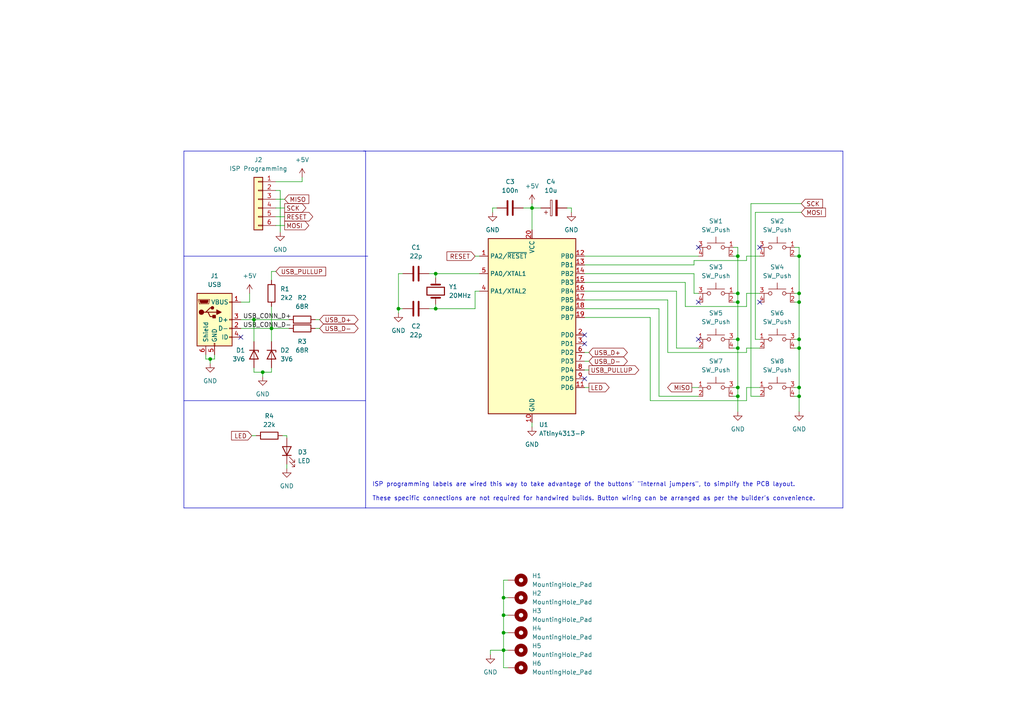
<source format=kicad_sch>
(kicad_sch (version 20230121) (generator eeschema)
  (paper "A4")
  (title_block (title "b8") (date "2022-12-22") (rev "1.1") (comment 3 "Released under CERN Open Hardware Licence Version 2 - Strongly Reciprocal") (comment 4 "Designed by: Rafael G. Martins"))
  (lib_symbols
    (symbol "Connector:USB_B_Mini" (pin_names (offset 1.016))
      (property "Reference" "J" (at -5.08 11.43 0))
      (property "Value" "USB_B_Mini" (at -5.08 8.89 0))
      (symbol "USB_B_Mini_0_1"
        (rectangle (start -5.08 -7.62) (end 5.08 7.62) (stroke (width 0.254)) (fill (type background)))
        (circle (center -3.81 2.159) (radius 0.635) (stroke (width 0.254)) (fill (type outline)))
        (circle (center -0.635 3.429) (radius 0.381) (stroke (width 0.254)) (fill (type outline)))
        (rectangle (start -0.127 -7.62) (end 0.127 -6.858))
        (polyline (pts (xy -1.905 2.159) (xy 0.635 2.159)) (stroke (width 0.254)))
        (polyline (pts (xy -3.175 2.159) (xy -2.54 2.159) (xy -1.27 3.429) (xy -0.635 3.429)) (stroke (width 0.254)))
        (polyline (pts (xy -2.54 2.159) (xy -1.905 2.159) (xy -1.27 0.889) (xy 0 0.889)) (stroke (width 0.254)))
        (polyline (pts (xy 0.635 2.794) (xy 0.635 1.524) (xy 1.905 2.159) (xy 0.635 2.794)) (stroke (width 0.254)) (fill (type outline)))
        (polyline (pts (xy -4.318 5.588) (xy -1.778 5.588) (xy -2.032 4.826) (xy -4.064 4.826) (xy -4.318 5.588)) (fill (type outline)))
        (polyline (pts (xy -4.699 5.842) (xy -4.699 5.588) (xy -4.445 4.826) (xy -4.445 4.572) (xy -1.651 4.572) (xy -1.651 4.826) (xy -1.397 5.588) (xy -1.397 5.842) (xy -4.699 5.842)))
        (rectangle (start 0.254 1.27) (end -0.508 0.508) (stroke (width 0.254)) (fill (type outline)))
        (rectangle (start 5.08 -5.207) (end 4.318 -4.953))
        (rectangle (start 5.08 -2.667) (end 4.318 -2.413))
        (rectangle (start 5.08 -0.127) (end 4.318 0.127))
        (rectangle (start 5.08 4.953) (end 4.318 5.207))
      )
      (symbol "USB_B_Mini_1_1"
        (pin power_out line (at 7.62 5.08 180) (length 2.54) (name "VBUS") (number "1"))
        (pin bidirectional line (at 7.62 -2.54 180) (length 2.54) (name "D-") (number "2"))
        (pin bidirectional line (at 7.62 0 180) (length 2.54) (name "D+") (number "3"))
        (pin passive line (at 7.62 -5.08 180) (length 2.54) (name "ID") (number "4"))
        (pin power_out line (at 0 -10.16 90) (length 2.54) (name "GND") (number "5"))
        (pin passive line (at -2.54 -10.16 90) (length 2.54) (name "Shield") (number "6"))
      )
    )
    (symbol "Connector_Generic:Conn_01x06" (pin_names (offset 1.016) hide)
      (property "Reference" "J" (at 0 7.62 0))
      (property "Value" "Conn_01x06" (at 0 -10.16 0))
      (symbol "Conn_01x06_1_1"
        (rectangle (start -1.27 -7.493) (end 0 -7.747) (stroke (width 0.1524)))
        (rectangle (start -1.27 -4.953) (end 0 -5.207) (stroke (width 0.1524)))
        (rectangle (start -1.27 -2.413) (end 0 -2.667) (stroke (width 0.1524)))
        (rectangle (start -1.27 0.127) (end 0 -0.127) (stroke (width 0.1524)))
        (rectangle (start -1.27 2.667) (end 0 2.413) (stroke (width 0.1524)))
        (rectangle (start -1.27 5.207) (end 0 4.953) (stroke (width 0.1524)))
        (rectangle (start -1.27 6.35) (end 1.27 -8.89) (stroke (width 0.254)) (fill (type background)))
        (pin passive line (at -5.08 5.08 0) (length 3.81) (name "Pin_1") (number "1"))
        (pin passive line (at -5.08 2.54 0) (length 3.81) (name "Pin_2") (number "2"))
        (pin passive line (at -5.08 0 0) (length 3.81) (name "Pin_3") (number "3"))
        (pin passive line (at -5.08 -2.54 0) (length 3.81) (name "Pin_4") (number "4"))
        (pin passive line (at -5.08 -5.08 0) (length 3.81) (name "Pin_5") (number "5"))
        (pin passive line (at -5.08 -7.62 0) (length 3.81) (name "Pin_6") (number "6"))
      )
    )
    (symbol "Device:C" (pin_numbers hide) (pin_names (offset 0.254))
      (property "Reference" "C" (at 0.635 2.54 0))
      (property "Value" "C" (at 0.635 -2.54 0))
      (symbol "C_0_1"
        (polyline (pts (xy -2.032 -0.762) (xy 2.032 -0.762)) (stroke (width 0.508)))
        (polyline (pts (xy -2.032 0.762) (xy 2.032 0.762)) (stroke (width 0.508)))
      )
      (symbol "C_1_1"
        (pin passive line (at 0 3.81 270) (length 2.794) (name "~") (number "1"))
        (pin passive line (at 0 -3.81 90) (length 2.794) (name "~") (number "2"))
      )
    )
    (symbol "Device:C_Polarized" (pin_numbers hide) (pin_names (offset 0.254))
      (property "Reference" "C" (at 0.635 2.54 0))
      (property "Value" "C_Polarized" (at 0.635 -2.54 0))
      (symbol "C_Polarized_0_1"
        (rectangle (start -2.286 0.508) (end 2.286 1.016))
        (polyline (pts (xy -1.778 2.286) (xy -0.762 2.286)))
        (polyline (pts (xy -1.27 2.794) (xy -1.27 1.778)))
        (rectangle (start 2.286 -0.508) (end -2.286 -1.016) (fill (type outline)))
      )
      (symbol "C_Polarized_1_1"
        (pin passive line (at 0 3.81 270) (length 2.794) (name "~") (number "1"))
        (pin passive line (at 0 -3.81 90) (length 2.794) (name "~") (number "2"))
      )
    )
    (symbol "Device:Crystal" (pin_numbers hide) (pin_names (offset 1.016) hide)
      (property "Reference" "Y" (at 0 3.81 0))
      (property "Value" "Crystal" (at 0 -3.81 0))
      (symbol "Crystal_0_1"
        (rectangle (start -1.143 2.54) (end 1.143 -2.54) (stroke (width 0.3048)))
        (polyline (pts (xy -2.54 0) (xy -1.905 0)))
        (polyline (pts (xy -1.905 -1.27) (xy -1.905 1.27)) (stroke (width 0.508)))
        (polyline (pts (xy 1.905 -1.27) (xy 1.905 1.27)) (stroke (width 0.508)))
        (polyline (pts (xy 2.54 0) (xy 1.905 0)))
      )
      (symbol "Crystal_1_1"
        (pin passive line (at -3.81 0 0) (length 1.27) (name "1") (number "1"))
        (pin passive line (at 3.81 0 180) (length 1.27) (name "2") (number "2"))
      )
    )
    (symbol "Device:D_Zener" (pin_numbers hide) (pin_names (offset 1.016) hide)
      (property "Reference" "D" (at 0 2.54 0))
      (property "Value" "D_Zener" (at 0 -2.54 0))
      (symbol "D_Zener_0_1"
        (polyline (pts (xy 1.27 0) (xy -1.27 0)))
        (polyline (pts (xy -1.27 -1.27) (xy -1.27 1.27) (xy -0.762 1.27)) (stroke (width 0.254)))
        (polyline (pts (xy 1.27 -1.27) (xy 1.27 1.27) (xy -1.27 0) (xy 1.27 -1.27)) (stroke (width 0.254)))
      )
      (symbol "D_Zener_1_1"
        (pin passive line (at -3.81 0 0) (length 2.54) (name "K") (number "1"))
        (pin passive line (at 3.81 0 180) (length 2.54) (name "A") (number "2"))
      )
    )
    (symbol "Device:LED" (pin_numbers hide) (pin_names (offset 1.016) hide)
      (property "Reference" "D" (at 0 2.54 0))
      (property "Value" "LED" (at 0 -2.54 0))
      (symbol "LED_0_1"
        (polyline (pts (xy -1.27 -1.27) (xy -1.27 1.27)) (stroke (width 0.254)))
        (polyline (pts (xy -1.27 0) (xy 1.27 0)))
        (polyline (pts (xy 1.27 -1.27) (xy 1.27 1.27) (xy -1.27 0) (xy 1.27 -1.27)) (stroke (width 0.254)))
        (polyline (pts (xy -3.048 -0.762) (xy -4.572 -2.286) (xy -3.81 -2.286) (xy -4.572 -2.286) (xy -4.572 -1.524)))
        (polyline (pts (xy -1.778 -0.762) (xy -3.302 -2.286) (xy -2.54 -2.286) (xy -3.302 -2.286) (xy -3.302 -1.524)))
      )
      (symbol "LED_1_1"
        (pin passive line (at -3.81 0 0) (length 2.54) (name "K") (number "1"))
        (pin passive line (at 3.81 0 180) (length 2.54) (name "A") (number "2"))
      )
    )
    (symbol "Device:R" (pin_numbers hide) (pin_names (offset 0))
      (property "Reference" "R" (at 2.032 0 90))
      (property "Value" "R" (at 0 0 90))
      (symbol "R_0_1"
        (rectangle (start -1.016 -2.54) (end 1.016 2.54) (stroke (width 0.254)))
      )
      (symbol "R_1_1"
        (pin passive line (at 0 3.81 270) (length 1.27) (name "~") (number "1"))
        (pin passive line (at 0 -3.81 90) (length 1.27) (name "~") (number "2"))
      )
    )
    (symbol "MCU_Microchip_ATtiny:ATtiny4313-P"
      (property "Reference" "U" (at -12.7 26.67 0))
      (property "Value" "ATtiny4313-P" (at 2.54 -26.67 0))
      (symbol "ATtiny4313-P_0_1"
        (rectangle (start -12.7 -25.4) (end 12.7 25.4) (stroke (width 0.254)) (fill (type background)))
      )
      (symbol "ATtiny4313-P_1_1"
        (pin bidirectional line (at -15.24 20.32 0) (length 2.54) (name "PA2/~{RESET}") (number "1"))
        (pin power_in line (at 0 -27.94 90) (length 2.54) (name "GND") (number "10"))
        (pin bidirectional line (at 15.24 -17.78 180) (length 2.54) (name "PD6") (number "11"))
        (pin bidirectional line (at 15.24 20.32 180) (length 2.54) (name "PB0") (number "12"))
        (pin bidirectional line (at 15.24 17.78 180) (length 2.54) (name "PB1") (number "13"))
        (pin bidirectional line (at 15.24 15.24 180) (length 2.54) (name "PB2") (number "14"))
        (pin bidirectional line (at 15.24 12.7 180) (length 2.54) (name "PB3") (number "15"))
        (pin bidirectional line (at 15.24 10.16 180) (length 2.54) (name "PB4") (number "16"))
        (pin bidirectional line (at 15.24 7.62 180) (length 2.54) (name "PB5") (number "17"))
        (pin bidirectional line (at 15.24 5.08 180) (length 2.54) (name "PB6") (number "18"))
        (pin bidirectional line (at 15.24 2.54 180) (length 2.54) (name "PB7") (number "19"))
        (pin bidirectional line (at 15.24 -2.54 180) (length 2.54) (name "PD0") (number "2"))
        (pin power_in line (at 0 27.94 270) (length 2.54) (name "VCC") (number "20"))
        (pin bidirectional line (at 15.24 -5.08 180) (length 2.54) (name "PD1") (number "3"))
        (pin bidirectional line (at -15.24 10.16 0) (length 2.54) (name "PA1/XTAL2") (number "4"))
        (pin bidirectional line (at -15.24 15.24 0) (length 2.54) (name "PA0/XTAL1") (number "5"))
        (pin bidirectional line (at 15.24 -7.62 180) (length 2.54) (name "PD2") (number "6"))
        (pin bidirectional line (at 15.24 -10.16 180) (length 2.54) (name "PD3") (number "7"))
        (pin bidirectional line (at 15.24 -12.7 180) (length 2.54) (name "PD4") (number "8"))
        (pin bidirectional line (at 15.24 -15.24 180) (length 2.54) (name "PD5") (number "9"))
      )
    )
    (symbol "Mechanical:MountingHole_Pad" (pin_numbers hide) (pin_names (offset 1.016) hide)
      (property "Reference" "H" (at 0 6.35 0))
      (property "Value" "MountingHole_Pad" (at 0 4.445 0))
      (symbol "MountingHole_Pad_0_1"
        (circle (center 0 1.27) (radius 1.27) (stroke (width 1.27)))
      )
      (symbol "MountingHole_Pad_1_1"
        (pin input line (at 0 -2.54 90) (length 2.54) (name "1") (number "1"))
      )
    )
    (symbol "custom:SW_Push" (pin_names (offset 1.016) hide)
      (property "Reference" "SW" (at 1.27 2.54 0))
      (property "Value" "SW_Push" (at 0 -3.81 0))
      (symbol "SW_Push_0_1"
        (circle (center -2.032 0) (radius 0.508))
        (polyline (pts (xy 0 1.27) (xy 0 3.048)))
        (polyline (pts (xy 2.54 1.27) (xy -2.54 1.27)))
        (polyline (pts (xy -3.81 -2.54) (xy -3.81 0) (xy -2.54 0)))
        (polyline (pts (xy 3.81 -2.54) (xy 3.81 0) (xy 2.54 0)))
        (circle (center 2.032 0) (radius 0.508))
        (pin passive line (at -5.08 0 0) (length 1.27) (name "1") (number "1"))
        (pin passive line (at -5.08 -2.54 0) (length 1.27) (name "2") (number "2"))
        (pin passive line (at 5.08 0 180) (length 1.27) (name "3") (number "3"))
        (pin passive line (at 5.08 -2.54 180) (length 1.27) (name "4") (number "4"))
      )
    )
    (symbol "power:+5V" (power) (pin_names (offset 0))
      (property "Value" "+5V" (at 0 3.556 0))
      (symbol "+5V_0_1"
        (polyline (pts (xy -0.762 1.27) (xy 0 2.54)))
        (polyline (pts (xy 0 0) (xy 0 2.54)))
        (polyline (pts (xy 0 2.54) (xy 0.762 1.27)))
      )
      (symbol "+5V_1_1"
        (pin power_in line (at 0 0 90) (length 0) hide (name "+5V") (number "1"))
      )
    )
    (symbol "power:GND" (power) (pin_names (offset 0))
      (property "Value" "GND" (at 0 -3.81 0))
      (symbol "GND_0_1"
        (polyline (pts (xy 0 0) (xy 0 -1.27) (xy 1.27 -1.27) (xy 0 -2.54) (xy -1.27 -1.27) (xy 0 -1.27)))
      )
      (symbol "GND_1_1"
        (pin power_in line (at 0 0 270) (length 0) hide (name "GND") (number "1"))
      )
    )
  )
  (junction (at 213.995 87.63))
  (junction (at 76.2 107.95))
  (junction (at 126.365 89.535))
  (junction (at 146.05 178.435))
  (junction (at 115.57 89.535))
  (junction (at 146.05 188.595))
  (junction (at 73.66 92.71))
  (junction (at 231.775 112.395))
  (junction (at 78.74 95.25))
  (junction (at 146.05 183.515))
  (junction (at 231.775 85.09))
  (junction (at 213.995 112.395))
  (junction (at 231.775 114.935))
  (junction (at 60.96 104.14))
  (junction (at 126.365 79.375))
  (junction (at 231.775 98.425))
  (junction (at 213.995 100.965))
  (junction (at 213.995 114.935))
  (junction (at 231.775 74.295))
  (junction (at 231.775 87.63))
  (junction (at 231.775 100.965))
  (junction (at 213.995 85.09))
  (junction (at 213.995 74.295))
  (junction (at 154.305 60.325))
  (junction (at 146.05 173.355))
  (junction (at 213.995 98.425))
  (no_connect (at 69.85 97.79))
  (no_connect (at 220.345 87.63))
  (no_connect (at 202.565 98.425))
  (no_connect (at 202.565 87.63))
  (no_connect (at 202.565 71.755))
  (no_connect (at 220.345 71.755))
  (no_connect (at 169.545 97.155))
  (no_connect (at 169.545 99.695))
  (no_connect (at 169.545 109.855))
  (polyline (pts (xy 244.475 147.32) (xy 244.475 43.815)))
  (wire (pts (xy 231.775 71.755) (xy 231.775 74.295)))
  (wire (pts (xy 231.775 87.63) (xy 231.775 98.425)))
  (wire (pts (xy 231.775 74.295) (xy 231.775 85.09)))
  (wire (pts (xy 212.725 74.295) (xy 213.995 74.295)))
  (wire (pts (xy 83.185 134.62) (xy 83.185 135.89)))
  (wire (pts (xy 165.735 61.595) (xy 165.735 60.325)))
  (wire (pts (xy 81.915 126.365) (xy 83.185 126.365)))
  (polyline (pts (xy 106.045 74.295) (xy 106.045 43.815)))
  (wire (pts (xy 213.995 87.63) (xy 213.995 98.425)))
  (polyline (pts (xy 243.84 43.815) (xy 53.34 43.815)))
  (wire (pts (xy 146.05 173.355) (xy 147.32 173.355)))
  (wire (pts (xy 91.44 95.25) (xy 92.71 95.25)))
  (wire (pts (xy 196.215 100.965) (xy 202.565 100.965)))
  (wire (pts (xy 137.795 84.455) (xy 139.065 84.455)))
  (wire (pts (xy 212.725 100.965) (xy 213.995 100.965)))
  (wire (pts (xy 146.05 188.595) (xy 146.05 183.515)))
  (wire (pts (xy 216.535 102.235) (xy 216.535 100.965)))
  (wire (pts (xy 115.57 89.535) (xy 116.84 89.535)))
  (wire (pts (xy 213.995 100.965) (xy 213.995 112.395)))
  (wire (pts (xy 146.05 178.435) (xy 146.05 183.515)))
  (wire (pts (xy 213.995 74.295) (xy 213.995 85.09)))
  (wire (pts (xy 151.765 60.325) (xy 154.305 60.325)))
  (wire (pts (xy 146.05 188.595) (xy 142.24 188.595)))
  (polyline (pts (xy 53.34 74.295) (xy 53.34 147.32)))
  (wire (pts (xy 188.595 92.075) (xy 188.595 116.205)))
  (wire (pts (xy 169.545 92.075) (xy 188.595 92.075)))
  (wire (pts (xy 196.215 84.455) (xy 196.215 100.965)))
  (wire (pts (xy 126.365 79.375) (xy 139.065 79.375)))
  (wire (pts (xy 213.995 85.09) (xy 213.995 87.63)))
  (wire (pts (xy 193.675 86.995) (xy 193.675 102.235)))
  (wire (pts (xy 217.805 59.055) (xy 232.41 59.055)))
  (wire (pts (xy 69.85 95.25) (xy 78.74 95.25)))
  (wire (pts (xy 146.05 183.515) (xy 147.32 183.515)))
  (wire (pts (xy 78.74 95.25) (xy 78.74 99.06)))
  (wire (pts (xy 220.345 114.935) (xy 217.805 114.935)))
  (wire (pts (xy 212.725 87.63) (xy 213.995 87.63)))
  (wire (pts (xy 154.305 122.555) (xy 154.305 123.825)))
  (wire (pts (xy 73.66 106.68) (xy 73.66 107.95)))
  (wire (pts (xy 137.795 89.535) (xy 137.795 84.455)))
  (wire (pts (xy 154.305 60.325) (xy 156.845 60.325)))
  (wire (pts (xy 69.85 92.71) (xy 73.66 92.71)))
  (wire (pts (xy 76.2 107.95) (xy 76.2 109.22)))
  (wire (pts (xy 216.535 112.395) (xy 216.535 116.205)))
  (polyline (pts (xy 53.34 116.205) (xy 106.045 116.205)))
  (wire (pts (xy 154.305 59.055) (xy 154.305 60.325)))
  (wire (pts (xy 231.775 85.09) (xy 231.775 87.63)))
  (wire (pts (xy 147.32 168.275) (xy 146.05 168.275)))
  (wire (pts (xy 201.295 75.565) (xy 216.535 75.565)))
  (polyline (pts (xy 106.045 74.295) (xy 106.045 147.32)))
  (wire (pts (xy 213.995 71.755) (xy 212.725 71.755)))
  (wire (pts (xy 217.805 114.935) (xy 217.805 59.055)))
  (wire (pts (xy 213.995 114.935) (xy 213.995 112.395)))
  (wire (pts (xy 115.57 79.375) (xy 116.84 79.375)))
  (wire (pts (xy 212.725 98.425) (xy 213.995 98.425)))
  (polyline (pts (xy 106.045 147.32) (xy 244.475 147.32)))
  (wire (pts (xy 81.28 55.245) (xy 81.28 67.31)))
  (wire (pts (xy 62.23 104.14) (xy 62.23 102.87)))
  (wire (pts (xy 78.74 95.25) (xy 83.82 95.25)))
  (wire (pts (xy 126.365 88.265) (xy 126.365 89.535)))
  (wire (pts (xy 80.01 52.705) (xy 87.63 52.705)))
  (wire (pts (xy 230.505 112.395) (xy 231.775 112.395)))
  (wire (pts (xy 146.05 193.675) (xy 147.32 193.675)))
  (wire (pts (xy 146.05 173.355) (xy 146.05 178.435)))
  (wire (pts (xy 169.545 107.315) (xy 170.815 107.315)))
  (polyline (pts (xy 53.34 43.815) (xy 53.34 74.295)))
  (wire (pts (xy 201.295 85.09) (xy 202.565 85.09)))
  (wire (pts (xy 230.505 100.965) (xy 231.775 100.965)))
  (wire (pts (xy 216.535 85.09) (xy 220.345 85.09)))
  (wire (pts (xy 72.39 87.63) (xy 72.39 85.09)))
  (wire (pts (xy 212.725 112.395) (xy 213.995 112.395)))
  (wire (pts (xy 213.995 71.755) (xy 213.995 74.295)))
  (wire (pts (xy 80.01 57.785) (xy 82.55 57.785)))
  (wire (pts (xy 165.735 60.325) (xy 164.465 60.325)))
  (wire (pts (xy 154.305 60.325) (xy 154.305 66.675)))
  (wire (pts (xy 76.2 107.95) (xy 78.74 107.95)))
  (wire (pts (xy 213.995 98.425) (xy 213.995 100.965)))
  (wire (pts (xy 230.505 114.935) (xy 231.775 114.935)))
  (wire (pts (xy 231.775 114.935) (xy 231.775 112.395)))
  (wire (pts (xy 142.875 60.325) (xy 144.145 60.325)))
  (wire (pts (xy 124.46 89.535) (xy 126.365 89.535)))
  (wire (pts (xy 200.66 112.395) (xy 202.565 112.395)))
  (wire (pts (xy 78.74 88.9) (xy 78.74 95.25)))
  (wire (pts (xy 213.995 119.38) (xy 213.995 114.935)))
  (wire (pts (xy 87.63 52.705) (xy 87.63 51.435)))
  (wire (pts (xy 169.545 104.775) (xy 170.815 104.775)))
  (wire (pts (xy 126.365 79.375) (xy 126.365 80.645)))
  (wire (pts (xy 216.535 100.965) (xy 220.345 100.965)))
  (wire (pts (xy 126.365 89.535) (xy 137.795 89.535)))
  (wire (pts (xy 230.505 87.63) (xy 231.775 87.63)))
  (wire (pts (xy 193.675 102.235) (xy 216.535 102.235)))
  (wire (pts (xy 146.05 188.595) (xy 147.32 188.595)))
  (wire (pts (xy 191.135 114.935) (xy 202.565 114.935)))
  (wire (pts (xy 231.775 119.38) (xy 231.775 114.935)))
  (wire (pts (xy 231.775 98.425) (xy 231.775 100.965)))
  (wire (pts (xy 146.05 193.675) (xy 146.05 188.595)))
  (wire (pts (xy 230.505 85.09) (xy 231.775 85.09)))
  (wire (pts (xy 169.545 89.535) (xy 191.135 89.535)))
  (wire (pts (xy 219.075 98.425) (xy 220.345 98.425)))
  (wire (pts (xy 198.755 81.915) (xy 198.755 88.9)))
  (wire (pts (xy 188.595 116.205) (xy 216.535 116.205)))
  (wire (pts (xy 169.545 112.395) (xy 170.815 112.395)))
  (wire (pts (xy 80.01 62.865) (xy 82.55 62.865)))
  (wire (pts (xy 115.57 89.535) (xy 115.57 79.375)))
  (wire (pts (xy 231.775 71.755) (xy 230.505 71.755)))
  (wire (pts (xy 212.725 114.935) (xy 213.995 114.935)))
  (wire (pts (xy 146.05 178.435) (xy 147.32 178.435)))
  (wire (pts (xy 139.065 74.295) (xy 137.795 74.295)))
  (wire (pts (xy 60.96 104.14) (xy 60.96 105.41)))
  (wire (pts (xy 216.535 85.09) (xy 216.535 88.9)))
  (wire (pts (xy 73.66 92.71) (xy 83.82 92.71)))
  (wire (pts (xy 216.535 112.395) (xy 220.345 112.395)))
  (wire (pts (xy 78.74 81.28) (xy 78.74 78.74)))
  (wire (pts (xy 169.545 102.235) (xy 170.815 102.235)))
  (wire (pts (xy 91.44 92.71) (xy 92.71 92.71)))
  (wire (pts (xy 146.05 168.275) (xy 146.05 173.355)))
  (wire (pts (xy 212.725 85.09) (xy 213.995 85.09)))
  (polyline (pts (xy 53.34 147.32) (xy 106.045 147.32)))
  (wire (pts (xy 83.185 126.365) (xy 83.185 127)))
  (wire (pts (xy 169.545 86.995) (xy 193.675 86.995)))
  (wire (pts (xy 69.85 87.63) (xy 72.39 87.63)))
  (wire (pts (xy 80.01 65.405) (xy 82.55 65.405)))
  (wire (pts (xy 230.505 98.425) (xy 231.775 98.425)))
  (wire (pts (xy 73.025 126.365) (xy 74.295 126.365)))
  (wire (pts (xy 142.875 61.595) (xy 142.875 60.325)))
  (wire (pts (xy 219.075 61.595) (xy 232.41 61.595)))
  (wire (pts (xy 115.57 90.805) (xy 115.57 89.535)))
  (polyline (pts (xy 53.34 74.295) (xy 106.68 74.295)))
  (wire (pts (xy 231.775 100.965) (xy 231.775 112.395)))
  (wire (pts (xy 191.135 89.535) (xy 191.135 114.935)))
  (wire (pts (xy 169.545 74.295) (xy 202.565 74.295)))
  (wire (pts (xy 124.46 79.375) (xy 126.365 79.375)))
  (wire (pts (xy 73.66 107.95) (xy 76.2 107.95)))
  (wire (pts (xy 142.24 188.595) (xy 142.24 189.865)))
  (wire (pts (xy 59.69 102.87) (xy 59.69 104.14)))
  (wire (pts (xy 169.545 79.375) (xy 201.295 79.375)))
  (wire (pts (xy 78.74 78.74) (xy 80.01 78.74)))
  (wire (pts (xy 60.96 104.14) (xy 62.23 104.14)))
  (wire (pts (xy 216.535 75.565) (xy 216.535 74.295)))
  (wire (pts (xy 169.545 81.915) (xy 198.755 81.915)))
  (wire (pts (xy 169.545 84.455) (xy 196.215 84.455)))
  (wire (pts (xy 219.075 61.595) (xy 219.075 98.425)))
  (wire (pts (xy 80.01 55.245) (xy 81.28 55.245)))
  (wire (pts (xy 80.01 60.325) (xy 82.55 60.325)))
  (wire (pts (xy 230.505 74.295) (xy 231.775 74.295)))
  (wire (pts (xy 198.755 88.9) (xy 216.535 88.9)))
  (polyline (pts (xy 244.475 43.815) (xy 243.84 43.815)))
  (wire (pts (xy 78.74 106.68) (xy 78.74 107.95)))
  (wire (pts (xy 201.295 79.375) (xy 201.295 85.09)))
  (wire (pts (xy 216.535 74.295) (xy 220.345 74.295)))
  (polyline (pts (xy 106.045 43.815) (xy 105.41 43.815)))
  (wire (pts (xy 169.545 76.835) (xy 201.295 76.835)))
  (wire (pts (xy 59.69 104.14) (xy 60.96 104.14)))
  (wire (pts (xy 201.295 76.835) (xy 201.295 75.565)))
  (wire (pts (xy 73.66 92.71) (xy 73.66 99.06)))
  (text "ISP programming labels are wired this way to take advantage of the buttons' \"internal jumpers\", to simplify the PCB layout.\n\nThese specific connections are not required for handwired builds. Button wiring can be arranged as per the builder's convenience." (at 107.95 145.415 0) (effects (font (size 1.27 1.27)) (justify left bottom)))
  (label "USB_CONN_D+" (at 70.485 92.71 0))
  (label "USB_CONN_D-" (at 70.485 95.25 0))
  (global_label "RESET" (shape input) (at 137.795 74.295 180) (property "Intersheetrefs" "${INTERSHEET_REFS}" (effects hide)))
  (global_label "MISO" (shape input) (at 82.55 57.785 0) (property "Intersheetrefs" "${INTERSHEET_REFS}" (effects hide)))
  (global_label "RESET" (shape output) (at 82.55 62.865 0) (property "Intersheetrefs" "${INTERSHEET_REFS}" (effects hide)))
  (global_label "USB_PULLUP" (shape input) (at 80.01 78.74 0) (property "Intersheetrefs" "${INTERSHEET_REFS}" (effects hide)))
  (global_label "MOSI" (shape output) (at 82.55 65.405 0) (property "Intersheetrefs" "${INTERSHEET_REFS}" (effects hide)))
  (global_label "SCK" (shape output) (at 82.55 60.325 0) (property "Intersheetrefs" "${INTERSHEET_REFS}" (effects hide)))
  (global_label "USB_D+" (shape bidirectional) (at 170.815 102.235 0) (property "Intersheetrefs" "${INTERSHEET_REFS}" (effects hide)))
  (global_label "SCK" (shape input) (at 232.41 59.055 0) (property "Intersheetrefs" "${INTERSHEET_REFS}" (effects hide)))
  (global_label "MOSI" (shape input) (at 232.41 61.595 0) (property "Intersheetrefs" "${INTERSHEET_REFS}" (effects hide)))
  (global_label "USB_D+" (shape bidirectional) (at 92.71 92.71 0) (property "Intersheetrefs" "${INTERSHEET_REFS}" (effects hide)))
  (global_label "MISO" (shape output) (at 200.66 112.395 180) (property "Intersheetrefs" "${INTERSHEET_REFS}" (effects hide)))
  (global_label "USB_PULLUP" (shape output) (at 170.815 107.315 0) (property "Intersheetrefs" "${INTERSHEET_REFS}" (effects hide)))
  (global_label "LED" (shape input) (at 73.025 126.365 180) (property "Intersheetrefs" "${INTERSHEET_REFS}" (effects hide)))
  (global_label "LED" (shape output) (at 170.815 112.395 0) (property "Intersheetrefs" "${INTERSHEET_REFS}" (effects hide)))
  (global_label "USB_D-" (shape bidirectional) (at 92.71 95.25 0) (property "Intersheetrefs" "${INTERSHEET_REFS}" (effects hide)))
  (global_label "USB_D-" (shape bidirectional) (at 170.815 104.775 0) (property "Intersheetrefs" "${INTERSHEET_REFS}" (effects hide)))
  (symbol (lib_id "custom:SW_Push") (at 225.425 71.755 0) (mirror y) (unit 1)
    (property "Reference" "SW2" (at 225.425 64.135 0))
    (property "Value" "SW_Push" (at 225.425 66.675 0))
    (property "Footprint" "custom:SW_PUSH-12mm" (effects hide))
  )
  (symbol (lib_id "Mechanical:MountingHole_Pad") (at 149.86 168.275 270) (unit 1)
    (property "Reference" "H1" (at 154.305 167.0049 90) (effects (justify left)))
    (property "Value" "MountingHole_Pad" (at 154.305 169.5449 90) (effects (justify left)))
    (property "Footprint" "MountingHole:MountingHole_2.2mm_M2_Pad_Via" (effects hide))
  )
  (symbol (lib_id "power:GND") (at 165.735 61.595 0) (unit 1)
    (property "Reference" "#PWR0110" (effects hide))
    (property "Value" "GND" (at 165.735 66.675 0))
  )
  (symbol (lib_id "MCU_Microchip_ATtiny:ATtiny4313-P") (at 154.305 94.615 0) (unit 1)
    (property "Reference" "U1" (at 156.3244 123.19 0) (effects (justify left)))
    (property "Value" "ATtiny4313-P" (at 156.3244 125.73 0) (effects (justify left)))
    (property "Footprint" "Package_DIP:DIP-20_W7.62mm" (effects hide))
    (property "Datasheet" "http://ww1.microchip.com/downloads/en/DeviceDoc/doc8246.pdf" (effects hide))
  )
  (symbol (lib_id "power:GND") (at 60.96 105.41 0) (unit 1)
    (property "Reference" "#PWR0111" (effects hide))
    (property "Value" "GND" (at 60.96 110.49 0))
  )
  (symbol (lib_id "Device:LED") (at 83.185 130.81 90) (unit 1)
    (property "Reference" "D3" (at 86.36 131.1274 90) (effects (justify right)))
    (property "Value" "LED" (at 86.36 133.6674 90) (effects (justify right)))
    (property "Footprint" "LED_THT:LED_D3.0mm" (effects hide))
  )
  (symbol (lib_id "Mechanical:MountingHole_Pad") (at 149.86 193.675 270) (unit 1)
    (property "Reference" "H6" (at 154.305 192.4049 90) (effects (justify left)))
    (property "Value" "MountingHole_Pad" (at 154.305 194.9449 90) (effects (justify left)))
    (property "Footprint" "MountingHole:MountingHole_2.2mm_M2_Pad_Via" (effects hide))
  )
  (symbol (lib_id "custom:SW_Push") (at 225.425 98.425 0) (unit 1)
    (property "Reference" "SW6" (at 225.425 90.805 0))
    (property "Value" "SW_Push" (at 225.425 93.345 0))
    (property "Footprint" "custom:SW_PUSH-12mm" (effects hide))
  )
  (symbol (lib_id "power:GND") (at 213.995 119.38 0) (unit 1)
    (property "Reference" "#PWR0106" (effects hide))
    (property "Value" "GND" (at 213.995 124.46 0))
  )
  (symbol (lib_id "power:GND") (at 142.24 189.865 0) (unit 1)
    (property "Reference" "#PWR0113" (effects hide))
    (property "Value" "GND" (at 142.24 194.945 0))
  )
  (symbol (lib_id "custom:SW_Push") (at 207.645 85.09 0) (mirror y) (unit 1)
    (property "Reference" "SW3" (at 207.645 77.47 0))
    (property "Value" "SW_Push" (at 207.645 80.01 0))
    (property "Footprint" "custom:SW_PUSH-12mm" (effects hide))
  )
  (symbol (lib_id "Device:C") (at 120.65 79.375 90) (unit 1)
    (property "Reference" "C1" (at 120.65 71.755 90))
    (property "Value" "22p" (at 120.65 74.295 90))
    (property "Footprint" "Capacitor_THT:C_Disc_D3.0mm_W1.6mm_P2.50mm" (effects hide))
  )
  (symbol (lib_id "Connector:USB_B_Mini") (at 62.23 92.71 0) (unit 1)
    (property "Reference" "J1" (at 62.23 80.01 0))
    (property "Value" "USB" (at 62.23 82.55 0))
    (property "Footprint" "custom:RND_205-00862" (effects hide))
  )
  (symbol (lib_id "Mechanical:MountingHole_Pad") (at 149.86 188.595 270) (unit 1)
    (property "Reference" "H5" (at 154.305 187.3249 90) (effects (justify left)))
    (property "Value" "MountingHole_Pad" (at 154.305 189.8649 90) (effects (justify left)))
    (property "Footprint" "MountingHole:MountingHole_2.2mm_M2_Pad_Via" (effects hide))
  )
  (symbol (lib_id "power:+5V") (at 72.39 85.09 0) (unit 1)
    (property "Reference" "#PWR0105" (effects hide))
    (property "Value" "+5V" (at 72.39 80.01 0))
  )
  (symbol (lib_id "Device:R") (at 87.63 95.25 90) (unit 1)
    (property "Reference" "R3" (at 87.63 99.06 90))
    (property "Value" "68R" (at 87.63 101.6 90))
    (property "Footprint" "Resistor_THT:R_Axial_DIN0207_L6.3mm_D2.5mm_P10.16mm_Horizontal" (effects hide))
  )
  (symbol (lib_id "Device:C_Polarized") (at 160.655 60.325 90) (unit 1)
    (property "Reference" "C4" (at 159.766 52.705 90))
    (property "Value" "10u" (at 159.766 55.245 90))
    (property "Footprint" "custom:CP_Radial_D5.0mm_P2.50mm_Horizontal" (effects hide))
  )
  (symbol (lib_id "custom:SW_Push") (at 225.425 112.395 0) (unit 1)
    (property "Reference" "SW8" (at 225.425 104.775 0))
    (property "Value" "SW_Push" (at 225.425 107.315 0))
    (property "Footprint" "custom:SW_PUSH-12mm" (effects hide))
  )
  (symbol (lib_id "Device:R") (at 78.105 126.365 90) (unit 1)
    (property "Reference" "R4" (at 78.105 120.65 90))
    (property "Value" "22k" (at 78.105 123.19 90))
    (property "Footprint" "Resistor_THT:R_Axial_DIN0207_L6.3mm_D2.5mm_P10.16mm_Horizontal" (effects hide))
  )
  (symbol (lib_id "Device:R") (at 87.63 92.71 90) (unit 1)
    (property "Reference" "R2" (at 87.63 86.36 90))
    (property "Value" "68R" (at 87.63 88.9 90))
    (property "Footprint" "Resistor_THT:R_Axial_DIN0207_L6.3mm_D2.5mm_P10.16mm_Horizontal" (effects hide))
  )
  (symbol (lib_id "Mechanical:MountingHole_Pad") (at 149.86 183.515 270) (unit 1)
    (property "Reference" "H4" (at 154.305 182.2449 90) (effects (justify left)))
    (property "Value" "MountingHole_Pad" (at 154.305 184.7849 90) (effects (justify left)))
    (property "Footprint" "MountingHole:MountingHole_2.2mm_M2_Pad_Via" (effects hide))
  )
  (symbol (lib_id "custom:SW_Push") (at 225.425 85.09 0) (mirror y) (unit 1)
    (property "Reference" "SW4" (at 225.425 77.47 0))
    (property "Value" "SW_Push" (at 225.425 80.01 0))
    (property "Footprint" "custom:SW_PUSH-12mm" (effects hide))
  )
  (symbol (lib_id "Device:D_Zener") (at 73.66 102.87 270) (unit 1)
    (property "Reference" "D1" (at 71.12 101.5999 90) (effects (justify right)))
    (property "Value" "3V6" (at 71.12 104.1399 90) (effects (justify right)))
    (property "Footprint" "Diode_THT:D_DO-35_SOD27_P7.62mm_Horizontal" (effects hide))
  )
  (symbol (lib_id "power:GND") (at 76.2 109.22 0) (unit 1)
    (property "Reference" "#PWR0104" (effects hide))
    (property "Value" "GND" (at 76.2 114.3 0))
  )
  (symbol (lib_id "power:GND") (at 115.57 90.805 0) (unit 1)
    (property "Reference" "#PWR0102" (effects hide))
    (property "Value" "GND" (at 115.57 95.885 0))
  )
  (symbol (lib_id "custom:SW_Push") (at 207.645 71.755 0) (mirror y) (unit 1)
    (property "Reference" "SW1" (at 207.645 64.135 0))
    (property "Value" "SW_Push" (at 207.645 66.675 0))
    (property "Footprint" "custom:SW_PUSH-12mm" (effects hide))
  )
  (symbol (lib_id "power:GND") (at 83.185 135.89 0) (unit 1)
    (property "Reference" "#PWR0112" (effects hide))
    (property "Value" "GND" (at 83.185 140.97 0))
  )
  (symbol (lib_id "Connector_Generic:Conn_01x06") (at 74.93 57.785 0) (mirror y) (unit 1)
    (property "Reference" "J2" (at 74.93 46.355 0))
    (property "Value" "ISP Programming" (at 74.93 48.895 0))
    (property "Footprint" "Connector_PinHeader_2.54mm:PinHeader_1x06_P2.54mm_Horizontal" (effects hide))
  )
  (symbol (lib_id "power:+5V") (at 154.305 59.055 0) (unit 1)
    (property "Reference" "#PWR0109" (effects hide))
    (property "Value" "+5V" (at 154.305 53.975 0))
  )
  (symbol (lib_id "Device:C") (at 120.65 89.535 90) (unit 1)
    (property "Reference" "C2" (at 120.65 94.615 90))
    (property "Value" "22p" (at 120.65 97.155 90))
    (property "Footprint" "Capacitor_THT:C_Disc_D3.0mm_W1.6mm_P2.50mm" (effects hide))
  )
  (symbol (lib_id "power:GND") (at 142.875 61.595 0) (unit 1)
    (property "Reference" "#PWR0101" (effects hide))
    (property "Value" "GND" (at 142.875 66.675 0))
  )
  (symbol (lib_id "power:+5V") (at 87.63 51.435 0) (unit 1)
    (property "Reference" "#PWR0114" (effects hide))
    (property "Value" "+5V" (at 87.63 46.355 0))
  )
  (symbol (lib_id "custom:SW_Push") (at 207.645 98.425 0) (unit 1)
    (property "Reference" "SW5" (at 207.645 90.805 0))
    (property "Value" "SW_Push" (at 207.645 93.345 0))
    (property "Footprint" "custom:SW_PUSH-12mm" (effects hide))
  )
  (symbol (lib_id "Device:C") (at 147.955 60.325 90) (unit 1)
    (property "Reference" "C3" (at 147.955 52.705 90))
    (property "Value" "100n" (at 147.955 55.245 90))
    (property "Footprint" "Capacitor_THT:C_Disc_D4.3mm_W1.9mm_P5.00mm" (effects hide))
  )
  (symbol (lib_id "power:GND") (at 154.305 123.825 0) (unit 1)
    (property "Reference" "#PWR0108" (effects hide))
    (property "Value" "GND" (at 154.305 128.905 0))
  )
  (symbol (lib_id "Device:D_Zener") (at 78.74 102.87 270) (unit 1)
    (property "Reference" "D2" (at 81.28 101.5999 90) (effects (justify left)))
    (property "Value" "3V6" (at 81.28 104.1399 90) (effects (justify left)))
    (property "Footprint" "Diode_THT:D_DO-35_SOD27_P7.62mm_Horizontal" (effects hide))
  )
  (symbol (lib_id "Mechanical:MountingHole_Pad") (at 149.86 178.435 270) (unit 1)
    (property "Reference" "H3" (at 154.305 177.1649 90) (effects (justify left)))
    (property "Value" "MountingHole_Pad" (at 154.305 179.7049 90) (effects (justify left)))
    (property "Footprint" "MountingHole:MountingHole_2.2mm_M2_Pad_Via" (effects hide))
  )
  (symbol (lib_id "Device:R") (at 78.74 85.09 180) (unit 1)
    (property "Reference" "R1" (at 81.28 83.8199 0) (effects (justify right)))
    (property "Value" "2k2" (at 81.28 86.3599 0) (effects (justify right)))
    (property "Footprint" "Resistor_THT:R_Axial_DIN0207_L6.3mm_D2.5mm_P10.16mm_Horizontal" (effects hide))
  )
  (symbol (lib_id "power:GND") (at 231.775 119.38 0) (unit 1)
    (property "Reference" "#PWR0107" (effects hide))
    (property "Value" "GND" (at 231.775 124.46 0))
  )
  (symbol (lib_id "Device:Crystal") (at 126.365 84.455 90) (unit 1)
    (property "Reference" "Y1" (at 130.175 83.1849 90) (effects (justify right)))
    (property "Value" "20MHz" (at 130.175 85.7249 90) (effects (justify right)))
    (property "Footprint" "Crystal:Crystal_HC49-U_Vertical" (effects hide))
  )
  (symbol (lib_id "power:GND") (at 81.28 67.31 0) (unit 1)
    (property "Reference" "#PWR0103" (effects hide))
    (property "Value" "GND" (at 81.28 72.39 0))
  )
  (symbol (lib_id "custom:SW_Push") (at 207.645 112.395 0) (unit 1)
    (property "Reference" "SW7" (at 207.645 104.775 0))
    (property "Value" "SW_Push" (at 207.645 107.315 0))
    (property "Footprint" "custom:SW_PUSH-12mm" (effects hide))
  )
  (symbol (lib_id "Mechanical:MountingHole_Pad") (at 149.86 173.355 270) (unit 1)
    (property "Reference" "H2" (at 154.305 172.0849 90) (effects (justify left)))
    (property "Value" "MountingHole_Pad" (at 154.305 174.6249 90) (effects (justify left)))
    (property "Footprint" "MountingHole:MountingHole_2.2mm_M2_Pad_Via" (effects hide))
  )
)
</source>
